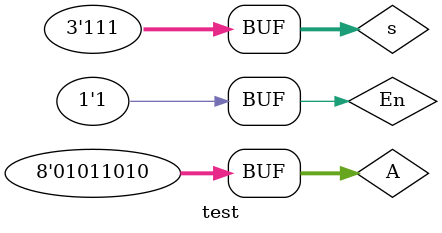
<source format=v>
`timescale 1ns / 1ps


module test;

	// Inputs
	reg [7:0] A;
	reg [2:0] s;
	reg En;

	// Outputs
	wire y;

	// Instantiate the Unit Under Test (UUT)
	mux8to1 uut (
		.A(A), 
		.s(s), 
		.En(En), 
		.y(y)
	);

	initial begin
      A = 8'b01011010;
		s = 3'b000;
		En = 0;
		#100;
		A = 8'b01011010;
		s = 3'b000;
		En = 1;
		#100;
		A = 8'b01011010;
		s = 3'b001;
		En = 1;
		#100;
		A = 8'b01011010;
		s = 3'b010;
		En = 1;
		#100;
		A = 8'b01011010;
		s = 3'b011;
		En = 1;
		#100;
		A = 8'b01011010;
		s = 3'b100;
		En = 1;
		#100;
		A = 8'b01011010;
		s = 3'b101;
		En = 1;
		#100;
		A = 8'b01011010;
		s = 3'b110;
		En = 0;
		#100;
		A = 8'b01011010;
		s = 3'b111;
		En = 1;
		#100;
	end
      
endmodule


</source>
